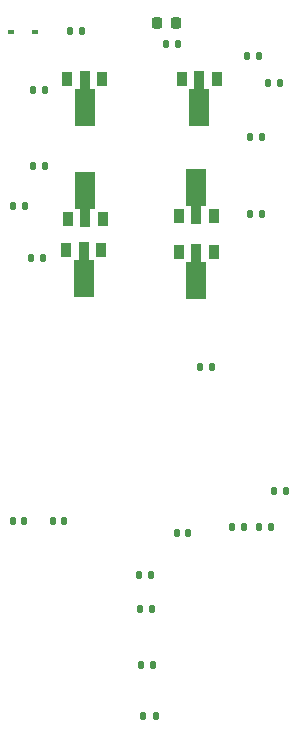
<source format=gbr>
%TF.GenerationSoftware,KiCad,Pcbnew,(6.0.10)*%
%TF.CreationDate,2023-01-09T12:33:07-08:00*%
%TF.ProjectId,16Bars,31364261-7273-42e6-9b69-6361645f7063,rev?*%
%TF.SameCoordinates,Original*%
%TF.FileFunction,Paste,Bot*%
%TF.FilePolarity,Positive*%
%FSLAX46Y46*%
G04 Gerber Fmt 4.6, Leading zero omitted, Abs format (unit mm)*
G04 Created by KiCad (PCBNEW (6.0.10)) date 2023-01-09 12:33:07*
%MOMM*%
%LPD*%
G01*
G04 APERTURE LIST*
G04 Aperture macros list*
%AMRoundRect*
0 Rectangle with rounded corners*
0 $1 Rounding radius*
0 $2 $3 $4 $5 $6 $7 $8 $9 X,Y pos of 4 corners*
0 Add a 4 corners polygon primitive as box body*
4,1,4,$2,$3,$4,$5,$6,$7,$8,$9,$2,$3,0*
0 Add four circle primitives for the rounded corners*
1,1,$1+$1,$2,$3*
1,1,$1+$1,$4,$5*
1,1,$1+$1,$6,$7*
1,1,$1+$1,$8,$9*
0 Add four rect primitives between the rounded corners*
20,1,$1+$1,$2,$3,$4,$5,0*
20,1,$1+$1,$4,$5,$6,$7,0*
20,1,$1+$1,$6,$7,$8,$9,0*
20,1,$1+$1,$8,$9,$2,$3,0*%
%AMFreePoly0*
4,1,9,3.862500,-0.866500,0.737500,-0.866500,0.737500,-0.450000,-0.737500,-0.450000,-0.737500,0.450000,0.737500,0.450000,0.737500,0.866500,3.862500,0.866500,3.862500,-0.866500,3.862500,-0.866500,$1*%
G04 Aperture macros list end*
%ADD10RoundRect,0.218750X0.218750X0.256250X-0.218750X0.256250X-0.218750X-0.256250X0.218750X-0.256250X0*%
%ADD11RoundRect,0.135000X0.135000X0.185000X-0.135000X0.185000X-0.135000X-0.185000X0.135000X-0.185000X0*%
%ADD12R,0.900000X1.300000*%
%ADD13FreePoly0,270.000000*%
%ADD14FreePoly0,90.000000*%
%ADD15R,0.600000X0.450000*%
%ADD16RoundRect,0.135000X-0.135000X-0.185000X0.135000X-0.185000X0.135000X0.185000X-0.135000X0.185000X0*%
%ADD17RoundRect,0.140000X0.140000X0.170000X-0.140000X0.170000X-0.140000X-0.170000X0.140000X-0.170000X0*%
%ADD18RoundRect,0.140000X-0.140000X-0.170000X0.140000X-0.170000X0.140000X0.170000X-0.140000X0.170000X0*%
G04 APERTURE END LIST*
D10*
%TO.C,D2*%
X72923500Y-51816000D03*
X71348500Y-51816000D03*
%TD*%
D11*
%TO.C,R18*%
X82298000Y-91440000D03*
X81278000Y-91440000D03*
%TD*%
D12*
%TO.C,Q1*%
X73440000Y-56580000D03*
D13*
X74940000Y-56667500D03*
D12*
X76440000Y-56580000D03*
%TD*%
%TO.C,Q2*%
X63720000Y-56580000D03*
D13*
X65220000Y-56667500D03*
D12*
X66720000Y-56580000D03*
%TD*%
%TO.C,Q3*%
X76176000Y-68198000D03*
D14*
X74676000Y-68110500D03*
D12*
X73176000Y-68198000D03*
%TD*%
%TO.C,Q4*%
X73176000Y-71248000D03*
D13*
X74676000Y-71335500D03*
D12*
X76176000Y-71248000D03*
%TD*%
%TO.C,Q5*%
X66778000Y-68452000D03*
D14*
X65278000Y-68364500D03*
D12*
X63778000Y-68452000D03*
%TD*%
%TO.C,Q6*%
X63640000Y-71080000D03*
D13*
X65140000Y-71167500D03*
D12*
X66640000Y-71080000D03*
%TD*%
D11*
%TO.C,R17*%
X59180000Y-67310000D03*
X60200000Y-67310000D03*
%TD*%
%TO.C,R16*%
X80770000Y-56896000D03*
X81790000Y-56896000D03*
%TD*%
D15*
%TO.C,D1*%
X61050000Y-52650000D03*
X58950000Y-52650000D03*
%TD*%
D16*
%TO.C,R9*%
X76010000Y-81000000D03*
X74990000Y-81000000D03*
%TD*%
D17*
%TO.C,C3*%
X59120000Y-94000000D03*
X60080000Y-94000000D03*
%TD*%
D11*
%TO.C,R2*%
X69990000Y-106190000D03*
X71010000Y-106190000D03*
%TD*%
D17*
%TO.C,C4*%
X73000000Y-95000000D03*
X73960000Y-95000000D03*
%TD*%
D11*
%TO.C,R13*%
X60850000Y-64000000D03*
X61870000Y-64000000D03*
%TD*%
%TO.C,R6*%
X77722000Y-94500000D03*
X78742000Y-94500000D03*
%TD*%
%TO.C,R5*%
X63990000Y-52500000D03*
X65010000Y-52500000D03*
%TD*%
D16*
%TO.C,R15*%
X80012000Y-54610000D03*
X78992000Y-54610000D03*
%TD*%
D18*
%TO.C,C2*%
X63480000Y-94000000D03*
X62520000Y-94000000D03*
%TD*%
D16*
%TO.C,R12*%
X73154000Y-53594000D03*
X72134000Y-53594000D03*
%TD*%
%TO.C,R3*%
X70910000Y-101500000D03*
X69890000Y-101500000D03*
%TD*%
D11*
%TO.C,R11*%
X70200000Y-110500000D03*
X71220000Y-110500000D03*
%TD*%
%TO.C,R10*%
X79210000Y-68000000D03*
X80230000Y-68000000D03*
%TD*%
%TO.C,R7*%
X60850000Y-57500000D03*
X61870000Y-57500000D03*
%TD*%
%TO.C,R8*%
X79210000Y-61500000D03*
X80230000Y-61500000D03*
%TD*%
%TO.C,R1*%
X80008000Y-94500000D03*
X81028000Y-94500000D03*
%TD*%
%TO.C,R4*%
X69790000Y-98600000D03*
X70810000Y-98600000D03*
%TD*%
D16*
%TO.C,R14*%
X61724000Y-71770000D03*
X60704000Y-71770000D03*
%TD*%
M02*

</source>
